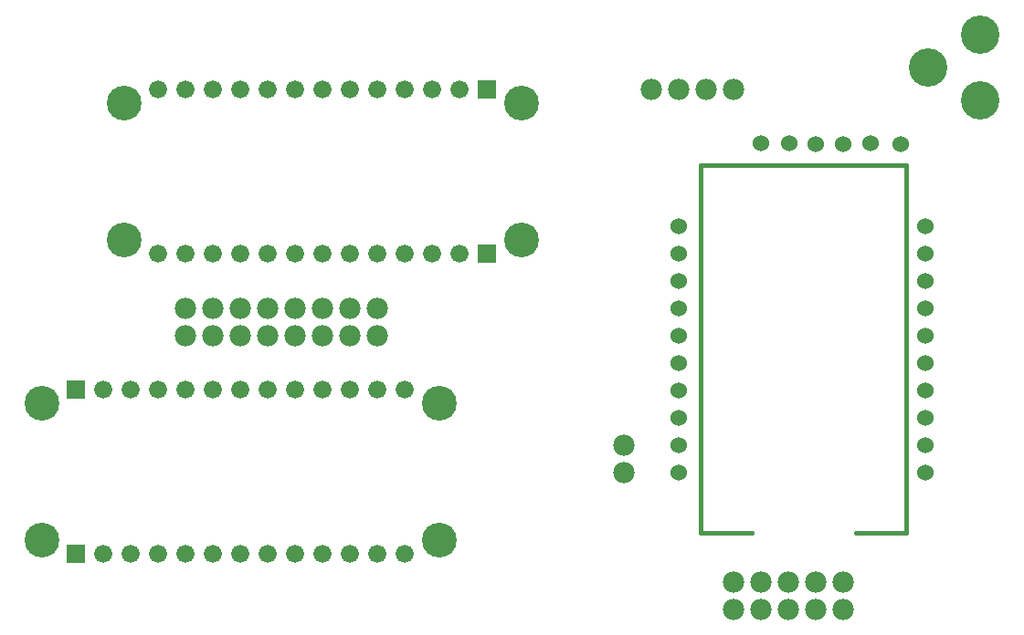
<source format=gtl>
G04 MADE WITH FRITZING*
G04 WWW.FRITZING.ORG*
G04 DOUBLE SIDED*
G04 HOLES PLATED*
G04 CONTOUR ON CENTER OF CONTOUR VECTOR*
%ASAXBY*%
%FSLAX23Y23*%
%MOIN*%
%OFA0B0*%
%SFA1.0B1.0*%
%ADD10C,0.066000*%
%ADD11C,0.126614*%
%ADD12C,0.078000*%
%ADD13C,0.140000*%
%ADD14C,0.060000*%
%ADD15C,0.033222*%
%ADD16R,0.066000X0.066000*%
%ADD17C,0.015436*%
%ADD18R,0.001000X0.001000*%
%LNCOPPER1*%
G90*
G70*
G54D10*
X1871Y1672D03*
X1771Y1672D03*
X1671Y1672D03*
X1571Y1672D03*
G54D11*
X1996Y1722D03*
G54D10*
X1471Y1672D03*
X1371Y1672D03*
X1271Y1672D03*
X1171Y1672D03*
X1071Y1672D03*
X971Y1672D03*
X871Y1672D03*
X771Y1672D03*
X671Y1672D03*
G54D11*
X546Y1722D03*
G54D10*
X1871Y2272D03*
X1771Y2272D03*
X1671Y2272D03*
X1571Y2272D03*
X1471Y2272D03*
X1371Y2272D03*
X1271Y2272D03*
X1171Y2272D03*
X1071Y2272D03*
X971Y2272D03*
X871Y2272D03*
X771Y2272D03*
X671Y2272D03*
G54D11*
X546Y2222D03*
X1996Y2222D03*
G54D10*
X371Y1174D03*
X471Y1174D03*
X571Y1174D03*
X671Y1174D03*
G54D11*
X246Y1124D03*
G54D10*
X771Y1174D03*
X871Y1174D03*
X971Y1174D03*
X1071Y1174D03*
X1171Y1174D03*
X1271Y1174D03*
X1371Y1174D03*
X1471Y1174D03*
X1571Y1174D03*
G54D11*
X1696Y1124D03*
G54D10*
X371Y574D03*
X471Y574D03*
X571Y574D03*
X671Y574D03*
X771Y574D03*
X871Y574D03*
X971Y574D03*
X1071Y574D03*
X1171Y574D03*
X1271Y574D03*
X1371Y574D03*
X1471Y574D03*
X1571Y574D03*
G54D11*
X1696Y624D03*
X246Y624D03*
G54D12*
X2771Y2272D03*
X2671Y2272D03*
X2571Y2272D03*
X2471Y2272D03*
X3171Y472D03*
X3071Y472D03*
X2971Y472D03*
X2871Y472D03*
X2771Y472D03*
X3171Y472D03*
X3071Y472D03*
X2971Y472D03*
X2871Y472D03*
X2771Y472D03*
X2771Y372D03*
X2871Y372D03*
X2971Y372D03*
X3071Y372D03*
X3171Y372D03*
X771Y1372D03*
X871Y1372D03*
X971Y1372D03*
X1071Y1372D03*
X1171Y1372D03*
X1271Y1372D03*
X1371Y1372D03*
X1471Y1372D03*
X771Y1372D03*
X871Y1372D03*
X971Y1372D03*
X1071Y1372D03*
X1171Y1372D03*
X1271Y1372D03*
X1371Y1372D03*
X1471Y1372D03*
X1471Y1472D03*
X1371Y1472D03*
X1271Y1472D03*
X1171Y1472D03*
X1071Y1472D03*
X971Y1472D03*
X871Y1472D03*
X771Y1472D03*
X2371Y872D03*
X2371Y972D03*
G54D13*
X3671Y2232D03*
X3671Y2472D03*
X3481Y2352D03*
G54D14*
X2571Y872D03*
X2571Y972D03*
X2572Y1072D03*
X2572Y1172D03*
X2571Y1272D03*
X2571Y1372D03*
X2571Y1472D03*
X2571Y1572D03*
X2571Y1672D03*
X2571Y1772D03*
X3471Y872D03*
X3471Y972D03*
X3471Y1072D03*
X3471Y1172D03*
X3471Y1272D03*
X3471Y1372D03*
X3471Y1472D03*
X3471Y1572D03*
X3471Y1672D03*
X3471Y1772D03*
X2871Y2073D03*
X3071Y2072D03*
X3171Y2072D03*
X3271Y2073D03*
G54D15*
X2974Y2073D03*
G54D14*
X2974Y2073D03*
G54D15*
X3380Y2072D03*
G54D14*
X3380Y2072D03*
G54D16*
X1871Y1672D03*
X1871Y2272D03*
X371Y1174D03*
X371Y574D03*
G54D17*
X3402Y651D02*
X3402Y1993D01*
D02*
X3402Y1993D02*
X2650Y1993D01*
D02*
X2650Y1993D02*
X2650Y651D01*
D02*
X3402Y651D02*
X3217Y651D01*
D02*
X2836Y651D02*
X2650Y651D01*
G54D18*
D02*
G04 End of Copper1*
M02*
</source>
